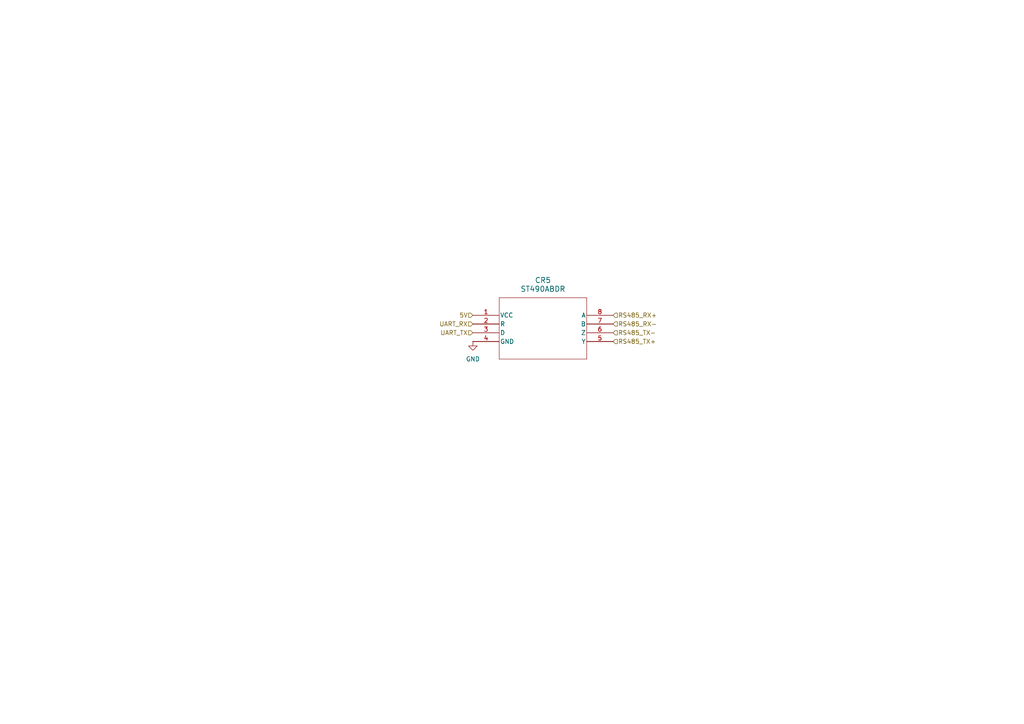
<source format=kicad_sch>
(kicad_sch (version 20250114) (generator "eeschema") (generator_version "9.0")
  (paper "A4")
  (title_block (date "2025-11-05") (rev "1") (company "Purdue Space Program Liquids"))
  (lib_symbols
    (symbol "avi_lib:ST490ABDR" (pin_names (offset 0.254))
      (property "Reference" "CR" (at 20.32 10.16 0))
      (property "Value" "ST490ABDR" (at 20.32 7.62 0))
      (symbol "ST490ABDR_0_1"
        (polyline (pts (xy 7.62 5.08) (xy 7.62 -12.7)) (stroke (width 0.127)))
        (polyline (pts (xy 7.62 -12.7) (xy 33.02 -12.7)) (stroke (width 0.127)))
        (polyline (pts (xy 33.02 5.08) (xy 7.62 5.08)) (stroke (width 0.127)))
        (polyline (pts (xy 33.02 -12.7) (xy 33.02 5.08)) (stroke (width 0.127)))
        (pin power_in line (at 0 0 0) (length 7.62) (name "VCC") (number "1"))
        (pin output line (at 0 -2.54 0) (length 7.62) (name "R") (number "2"))
        (pin input line (at 0 -5.08 0) (length 7.62) (name "D") (number "3"))
        (pin power_in line (at 0 -7.62 0) (length 7.62) (name "GND") (number "4"))
        (pin input line (at 40.64 0 180) (length 7.62) (name "A") (number "8"))
        (pin input line (at 40.64 -2.54 180) (length 7.62) (name "B") (number "7"))
        (pin output line (at 40.64 -5.08 180) (length 7.62) (name "Z") (number "6"))
        (pin output line (at 40.64 -7.62 180) (length 7.62) (name "Y") (number "5"))
      )
    )
    (symbol "power:GND" (power) (pin_numbers (hide yes)) (pin_names (offset 0) (hide yes))
      (property "Value" "GND" (at 0 -3.81 0))
      (symbol "GND_0_1"
        (polyline (pts (xy 0 0) (xy 0 -1.27) (xy 1.27 -1.27) (xy 0 -2.54) (xy -1.27 -1.27) (xy 0 -1.27)))
      )
      (symbol "GND_1_1"
        (pin power_in line (at 0 0 270) (length 0) (name "~") (number "1"))
      )
    )
  )
  (hierarchical_label "UART_TX" (shape input) (at 137.16 96.52 180))
  (hierarchical_label "UART_RX" (shape input) (at 137.16 93.98 180))
  (hierarchical_label "RS485_TX+" (shape input) (at 177.8 99.06 0))
  (hierarchical_label "RS485_TX-" (shape input) (at 177.8 96.52 0))
  (hierarchical_label "RS485_RX+" (shape input) (at 177.8 91.44 0))
  (hierarchical_label "RS485_RX-" (shape input) (at 177.8 93.98 0))
  (hierarchical_label "5V" (shape input) (at 137.16 91.44 180))
  (symbol (lib_id "power:GND") (at 137.16 99.06 0) (unit 1)
    (property "Reference" "#PWR056" (effects (hide yes)))
    (property "Value" "GND" (at 137.16 104.14 0))
    (property "Description" "Power symbol creates a global label with name \"GND\" , ground" (effects (hide yes)))
  )
  (symbol (lib_id "avi_lib:ST490ABDR") (at 137.16 91.44 0) (unit 1)
    (property "Reference" "CR5" (at 157.48 81.28 0) (effects (font (size 1.524 1.524))))
    (property "Value" "ST490ABDR" (at 157.48 83.82 0) (effects (font (size 1.524 1.524))))
    (property "Footprint" "SO-8_STM" (effects (hide yes)))
    (property "Datasheet" "https://www.st.com/resource/en/datasheet/st490ab.pdf" (effects (hide yes)))
  )
)
</source>
